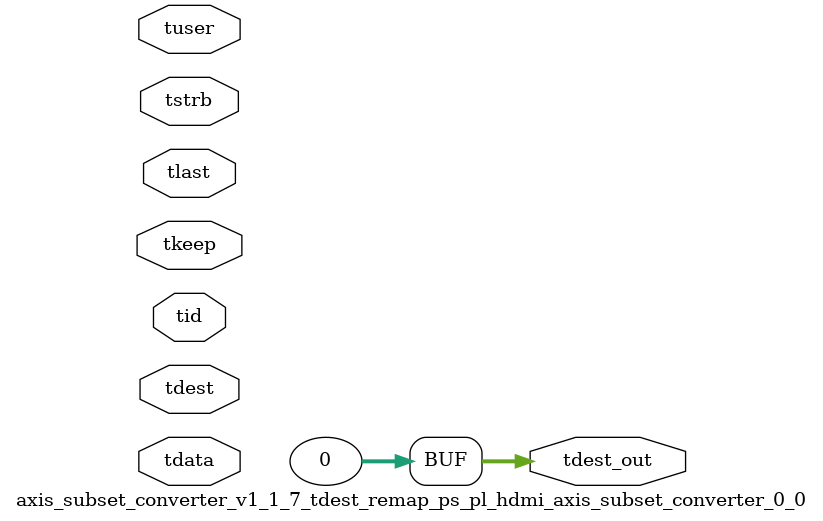
<source format=v>


`timescale 1ps/1ps

module axis_subset_converter_v1_1_7_tdest_remap_ps_pl_hdmi_axis_subset_converter_0_0 #
(
parameter C_S_AXIS_TDATA_WIDTH = 32,
parameter C_S_AXIS_TUSER_WIDTH = 0,
parameter C_S_AXIS_TID_WIDTH   = 0,
parameter C_S_AXIS_TDEST_WIDTH = 0,
parameter C_M_AXIS_TDEST_WIDTH = 32
)
(
input  [(C_S_AXIS_TDATA_WIDTH == 0 ? 1 : C_S_AXIS_TDATA_WIDTH)-1:0     ] tdata,
input  [(C_S_AXIS_TUSER_WIDTH == 0 ? 1 : C_S_AXIS_TUSER_WIDTH)-1:0     ] tuser,
input  [(C_S_AXIS_TID_WIDTH   == 0 ? 1 : C_S_AXIS_TID_WIDTH)-1:0       ] tid,
input  [(C_S_AXIS_TDEST_WIDTH == 0 ? 1 : C_S_AXIS_TDEST_WIDTH)-1:0     ] tdest,
input  [(C_S_AXIS_TDATA_WIDTH/8)-1:0 ] tkeep,
input  [(C_S_AXIS_TDATA_WIDTH/8)-1:0 ] tstrb,
input                                                                    tlast,
output [C_M_AXIS_TDEST_WIDTH-1:0] tdest_out
);

assign tdest_out = {1'b0};

endmodule


</source>
